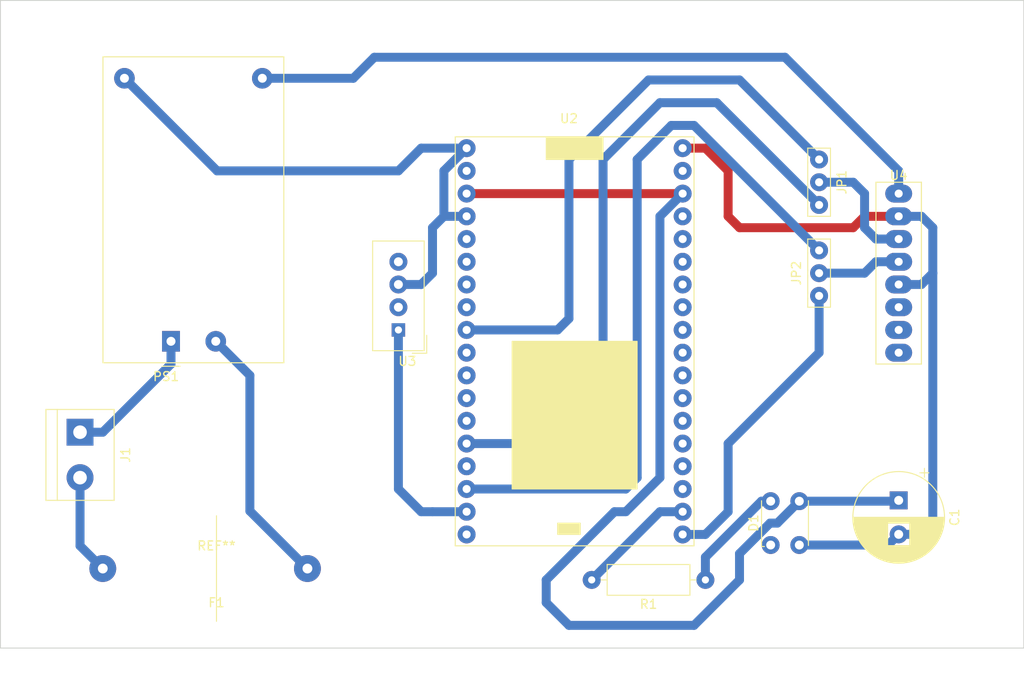
<source format=kicad_pcb>
(kicad_pcb (version 20171130) (host pcbnew "(5.1.6)-1")

  (general
    (thickness 1.6)
    (drawings 4)
    (tracks 100)
    (zones 0)
    (modules 11)
    (nets 47)
  )

  (page A4)
  (layers
    (0 F.Cu signal)
    (31 B.Cu signal)
    (32 B.Adhes user)
    (33 F.Adhes user)
    (34 B.Paste user)
    (35 F.Paste user)
    (36 B.SilkS user)
    (37 F.SilkS user)
    (38 B.Mask user)
    (39 F.Mask user)
    (40 Dwgs.User user)
    (41 Cmts.User user)
    (42 Eco1.User user)
    (43 Eco2.User user)
    (44 Edge.Cuts user)
    (45 Margin user)
    (46 B.CrtYd user)
    (47 F.CrtYd user)
    (48 B.Fab user)
    (49 F.Fab user)
  )

  (setup
    (last_trace_width 1)
    (trace_clearance 0.2)
    (zone_clearance 0.508)
    (zone_45_only no)
    (trace_min 0.2)
    (via_size 0.8)
    (via_drill 0.4)
    (via_min_size 0.4)
    (via_min_drill 0.3)
    (uvia_size 0.3)
    (uvia_drill 0.1)
    (uvias_allowed no)
    (uvia_min_size 0.2)
    (uvia_min_drill 0.1)
    (edge_width 0.05)
    (segment_width 0.2)
    (pcb_text_width 0.3)
    (pcb_text_size 1.5 1.5)
    (mod_edge_width 0.12)
    (mod_text_size 1 1)
    (mod_text_width 0.15)
    (pad_size 1.5 1.5)
    (pad_drill 0.8)
    (pad_to_mask_clearance 0.05)
    (aux_axis_origin 0 0)
    (visible_elements 7FFFFFFF)
    (pcbplotparams
      (layerselection 0x01000_ffffffff)
      (usegerberextensions false)
      (usegerberattributes false)
      (usegerberadvancedattributes true)
      (creategerberjobfile true)
      (excludeedgelayer true)
      (linewidth 0.100000)
      (plotframeref false)
      (viasonmask false)
      (mode 1)
      (useauxorigin false)
      (hpglpennumber 1)
      (hpglpenspeed 20)
      (hpglpendiameter 15.000000)
      (psnegative false)
      (psa4output false)
      (plotreference true)
      (plotvalue true)
      (plotinvisibletext false)
      (padsonsilk false)
      (subtractmaskfromsilk false)
      (outputformat 1)
      (mirror false)
      (drillshape 0)
      (scaleselection 1)
      (outputdirectory "../plaka pcb/"))
  )

  (net 0 "")
  (net 1 "Net-(J1-Pad1)")
  (net 2 "Net-(U2-Pad3)")
  (net 3 "Net-(U2-Pad1)")
  (net 4 "Net-(U2-Pad0)")
  (net 5 "Net-(U2-Pad19)")
  (net 6 "Net-(U2-Pad23)")
  (net 7 "Net-(U2-Pad18)")
  (net 8 "Net-(U2-Pad5)")
  (net 9 "Net-(U2-Pad2)")
  (net 10 "Net-(U2-Pad17)")
  (net 11 "Net-(U2-Pad16)")
  (net 12 "Net-(U2-Pad12)")
  (net 13 "Net-(U2-Pad14)")
  (net 14 "Net-(U2-Pad27)")
  (net 15 "Net-(U2-Pad26)")
  (net 16 "Net-(U2-Pad25)")
  (net 17 "Net-(U2-Pad33)")
  (net 18 "Net-(U2-Pad32)")
  (net 19 "Net-(U2-Pad34)")
  (net 20 "Net-(U2-Pad39)")
  (net 21 "Net-(U2-Pad38)")
  (net 22 "Net-(U2-Pad37)")
  (net 23 "Net-(U4-Pad8)")
  (net 24 "Net-(U4-Pad7)")
  (net 25 "Net-(U4-Pad6)")
  (net 26 "Net-(D1-Pad4)")
  (net 27 "Net-(D1-Pad1)")
  (net 28 "Net-(F1-Pad2)")
  (net 29 "Net-(F1-Pad1)")
  (net 30 "Net-(JP1-Pad1)")
  (net 31 "Net-(JP1-Pad2)")
  (net 32 "Net-(JP1-Pad3)")
  (net 33 "Net-(JP2-Pad3)")
  (net 34 "Net-(JP2-Pad2)")
  (net 35 "Net-(JP2-Pad1)")
  (net 36 "Net-(R1-Pad2)")
  (net 37 "Net-(U2-Pad36)")
  (net 38 "Net-(C1-Pad1)")
  (net 39 "Net-(C1-Pad2)")
  (net 40 "Net-(PS1-Pad3)")
  (net 41 "Net-(PS1-Pad4)")
  (net 42 "Net-(U2-Pad99)")
  (net 43 "Net-(U2-Pad53)")
  (net 44 "Net-(U2-Pad98)")
  (net 45 "Net-(U2-Pad35)")
  (net 46 "Net-(U3-Pad2)")

  (net_class Default "This is the default net class."
    (clearance 0.2)
    (trace_width 1)
    (via_dia 0.8)
    (via_drill 0.4)
    (uvia_dia 0.3)
    (uvia_drill 0.1)
    (add_net "Net-(C1-Pad1)")
    (add_net "Net-(C1-Pad2)")
    (add_net "Net-(D1-Pad1)")
    (add_net "Net-(D1-Pad4)")
    (add_net "Net-(F1-Pad1)")
    (add_net "Net-(F1-Pad2)")
    (add_net "Net-(J1-Pad1)")
    (add_net "Net-(JP1-Pad1)")
    (add_net "Net-(JP1-Pad2)")
    (add_net "Net-(JP1-Pad3)")
    (add_net "Net-(JP2-Pad1)")
    (add_net "Net-(JP2-Pad2)")
    (add_net "Net-(JP2-Pad3)")
    (add_net "Net-(PS1-Pad3)")
    (add_net "Net-(PS1-Pad4)")
    (add_net "Net-(R1-Pad2)")
    (add_net "Net-(U2-Pad0)")
    (add_net "Net-(U2-Pad1)")
    (add_net "Net-(U2-Pad12)")
    (add_net "Net-(U2-Pad14)")
    (add_net "Net-(U2-Pad16)")
    (add_net "Net-(U2-Pad17)")
    (add_net "Net-(U2-Pad18)")
    (add_net "Net-(U2-Pad19)")
    (add_net "Net-(U2-Pad2)")
    (add_net "Net-(U2-Pad23)")
    (add_net "Net-(U2-Pad25)")
    (add_net "Net-(U2-Pad26)")
    (add_net "Net-(U2-Pad27)")
    (add_net "Net-(U2-Pad3)")
    (add_net "Net-(U2-Pad32)")
    (add_net "Net-(U2-Pad33)")
    (add_net "Net-(U2-Pad34)")
    (add_net "Net-(U2-Pad35)")
    (add_net "Net-(U2-Pad36)")
    (add_net "Net-(U2-Pad37)")
    (add_net "Net-(U2-Pad38)")
    (add_net "Net-(U2-Pad39)")
    (add_net "Net-(U2-Pad5)")
    (add_net "Net-(U2-Pad53)")
    (add_net "Net-(U2-Pad98)")
    (add_net "Net-(U2-Pad99)")
    (add_net "Net-(U3-Pad2)")
    (add_net "Net-(U4-Pad6)")
    (add_net "Net-(U4-Pad7)")
    (add_net "Net-(U4-Pad8)")
  )

  (module Sensor:Aosong_DHT11_5.5x12.0_P2.54mm (layer F.Cu) (tedit 603DEB95) (tstamp 603CBFA7)
    (at 149.86 93.98 180)
    (descr "Temperature and humidity module, http://akizukidenshi.com/download/ds/aosong/DHT11.pdf")
    (tags "Temperature and humidity module")
    (path /6034FCFC)
    (fp_text reference U3 (at -1 -3.5) (layer F.SilkS)
      (effects (font (size 1 1) (thickness 0.15)))
    )
    (fp_text value DHT11 (at 0 11.3) (layer F.Fab)
      (effects (font (size 1 1) (thickness 0.15)))
    )
    (fp_line (start -3.16 -2.6) (end -1.55 -2.6) (layer F.SilkS) (width 0.12))
    (fp_line (start -3.16 -2.6) (end -3.16 -0.6) (layer F.SilkS) (width 0.12))
    (fp_line (start -2.75 -1.19) (end -1.75 -2.19) (layer F.Fab) (width 0.1))
    (fp_line (start -3 10.06) (end -3 -2.44) (layer F.CrtYd) (width 0.05))
    (fp_line (start 3 10.06) (end -3 10.06) (layer F.CrtYd) (width 0.05))
    (fp_line (start 3 -2.44) (end 3 10.06) (layer F.CrtYd) (width 0.05))
    (fp_line (start -3 -2.44) (end 3 -2.44) (layer F.CrtYd) (width 0.05))
    (fp_line (start -2.88 9.94) (end -2.88 -2.31) (layer F.SilkS) (width 0.12))
    (fp_line (start 2.88 9.94) (end -2.88 9.94) (layer F.SilkS) (width 0.12))
    (fp_line (start 2.88 -2.32) (end 2.88 9.94) (layer F.SilkS) (width 0.12))
    (fp_line (start -2.87 -2.32) (end 2.87 -2.32) (layer F.SilkS) (width 0.12))
    (fp_line (start -2.75 -1.19) (end -2.75 9.81) (layer F.Fab) (width 0.1))
    (fp_line (start 2.75 9.81) (end -2.75 9.81) (layer F.Fab) (width 0.1))
    (fp_line (start 2.75 -2.19) (end 2.75 9.81) (layer F.Fab) (width 0.1))
    (fp_line (start -1.75 -2.19) (end 2.75 -2.19) (layer F.Fab) (width 0.1))
    (fp_text user %R (at 0 3.81) (layer F.Fab)
      (effects (font (size 1 1) (thickness 0.15)))
    )
    (pad 4 thru_hole oval (at 0 7.62 180) (size 2 2) (drill 1) (layers *.Cu *.Mask))
    (pad 3 thru_hole oval (at 0 5.08 180) (size 2 2) (drill 1) (layers *.Cu *.Mask)
      (net 40 "Net-(PS1-Pad3)"))
    (pad 2 thru_hole oval (at 0 2.54 180) (size 2 2) (drill 1) (layers *.Cu *.Mask)
      (net 46 "Net-(U3-Pad2)"))
    (pad 1 thru_hole rect (at 0 0 180) (size 1.5 1.5) (drill 0.8) (layers *.Cu *.Mask)
      (net 10 "Net-(U2-Pad17)"))
    (model ${KISYS3DMOD}/Sensor.3dshapes/Aosong_DHT11_5.5x12.0_P2.54mm.wrl
      (at (xyz 0 0 0))
      (scale (xyz 1 1 1))
      (rotate (xyz 0 0 0))
    )
  )

  (module RJCMU-811:RJCMU-811 (layer F.Cu) (tedit 6038AABF) (tstamp 603CBFB8)
    (at 200.66 74.93)
    (path /6034B84B)
    (fp_text reference U4 (at 5.08 1.77) (layer F.SilkS)
      (effects (font (size 1 1) (thickness 0.15)))
    )
    (fp_text value RJCMU-811 (at 5.08 0.77) (layer F.Fab)
      (effects (font (size 1 1) (thickness 0.15)))
    )
    (fp_line (start 2.54 2.54) (end 2.54 22.86) (layer F.SilkS) (width 0.12))
    (fp_line (start 7.62 2.54) (end 7.62 22.86) (layer F.SilkS) (width 0.12))
    (fp_line (start 7.62 22.86) (end 2.54 22.86) (layer F.SilkS) (width 0.12))
    (fp_line (start 7.62 2.54) (end 7.62 22.86) (layer F.SilkS) (width 0.12))
    (fp_line (start 2.54 2.54) (end 7.62 2.54) (layer F.SilkS) (width 0.12))
    (pad 1 thru_hole oval (at 5.08 3.81) (size 3 2) (drill 0.9) (layers *.Cu *.Mask)
      (net 41 "Net-(PS1-Pad4)"))
    (pad 2 thru_hole oval (at 5.08 6.35) (size 3 2) (drill 0.9) (layers *.Cu *.Mask)
      (net 39 "Net-(C1-Pad2)"))
    (pad 3 thru_hole oval (at 5.08 8.89) (size 3 2) (drill 0.9) (layers *.Cu *.Mask)
      (net 31 "Net-(JP1-Pad2)"))
    (pad 4 thru_hole oval (at 5.08 11.43) (size 3 2) (drill 0.9) (layers *.Cu *.Mask)
      (net 34 "Net-(JP2-Pad2)"))
    (pad 5 thru_hole oval (at 5.08 13.97) (size 3 2) (drill 0.9) (layers *.Cu *.Mask)
      (net 39 "Net-(C1-Pad2)"))
    (pad 6 thru_hole oval (at 5.08 16.51) (size 3 2) (drill 0.9) (layers *.Cu *.Mask)
      (net 25 "Net-(U4-Pad6)"))
    (pad 7 thru_hole oval (at 5.08 19.05) (size 3 2) (drill 0.9) (layers *.Cu *.Mask)
      (net 24 "Net-(U4-Pad7)"))
    (pad 8 thru_hole oval (at 5.08 21.59) (size 3 2) (drill 0.9) (layers *.Cu *.Mask)
      (net 23 "Net-(U4-Pad8)"))
  )

  (module LED_SMD:LED_Inolux_IN-PI554FCH_PLCC4_5.0x5.0mm_P3.2mm (layer F.Cu) (tedit 603CB354) (tstamp 603CBEFE)
    (at 193.04 115.57 90)
    (descr http://www.inolux-corp.com/datasheet/SMDLED/Addressable%20LED/IN-PI554FCH.pdf)
    (tags "RGB LED NeoPixel addressable")
    (path /603DC863)
    (attr smd)
    (fp_text reference D1 (at 0 -3.5 90) (layer F.SilkS)
      (effects (font (size 1 1) (thickness 0.15)))
    )
    (fp_text value NeoPixel_THT (at 0 4 90) (layer F.Fab)
      (effects (font (size 1 1) (thickness 0.15)))
    )
    (fp_circle (center 0 0) (end 0 -2) (layer F.Fab) (width 0.1))
    (fp_line (start -2.62 -2.3) (end -2.62 -2.62) (layer F.SilkS) (width 0.12))
    (fp_line (start -2.5 2.62) (end 2.5 2.62) (layer F.SilkS) (width 0.12))
    (fp_line (start -2.62 -2.62) (end 2.5 -2.62) (layer F.SilkS) (width 0.12))
    (fp_line (start 2.5 -2.5) (end -1.5 -2.5) (layer F.Fab) (width 0.1))
    (fp_line (start 2.5 2.5) (end 2.5 -2.5) (layer F.Fab) (width 0.1))
    (fp_line (start -2.5 2.5) (end 2.5 2.5) (layer F.Fab) (width 0.1))
    (fp_line (start -2.5 -1.5) (end -2.5 2.5) (layer F.Fab) (width 0.1))
    (fp_line (start -1.5 -2.5) (end -2.5 -1.5) (layer F.Fab) (width 0.1))
    (fp_line (start -3.45 -2.75) (end -3.45 2.75) (layer F.CrtYd) (width 0.05))
    (fp_line (start -3.45 2.75) (end 3.45 2.75) (layer F.CrtYd) (width 0.05))
    (fp_line (start 3.45 2.75) (end 3.45 -2.75) (layer F.CrtYd) (width 0.05))
    (fp_line (start 3.45 -2.75) (end -3.45 -2.75) (layer F.CrtYd) (width 0.05))
    (fp_text user %R (at 0 0 270) (layer F.Fab)
      (effects (font (size 0.8 0.8) (thickness 0.15)))
    )
    (pad 1 thru_hole oval (at -2.45 -1.6 90) (size 2 2) (drill 1) (layers *.Cu *.Mask)
      (net 27 "Net-(D1-Pad1)"))
    (pad 2 thru_hole oval (at -2.45 1.6 90) (size 2 2) (drill 1) (layers *.Cu *.Mask)
      (net 39 "Net-(C1-Pad2)"))
    (pad 4 thru_hole oval (at 2.45 -1.6 90) (size 2 2) (drill 1) (layers *.Cu *.Mask)
      (net 26 "Net-(D1-Pad4)"))
    (pad 3 thru_hole oval (at 2.45 1.6 90) (size 2 2) (drill 1) (layers *.Cu *.Mask)
      (net 38 "Net-(C1-Pad1)"))
    (model ${KISYS3DMOD}/LED_SMD.3dshapes/LED_Inolux_IN-PI554FCH_PLCC4_5.0x5.0mm_P3.2mm.wrl
      (at (xyz 0 0 0))
      (scale (xyz 1 1 1))
      (rotate (xyz 0 0 0))
    )
  )

  (module jumperona:jumperxabi (layer F.Cu) (tedit 603CB323) (tstamp 603CBF32)
    (at 200.66 77.47 270)
    (path /603F48E1)
    (fp_text reference JP1 (at 0 1.27 90) (layer F.SilkS)
      (effects (font (size 1 1) (thickness 0.15)))
    )
    (fp_text value Jumper_NC_Dual (at 0 -0.5 90) (layer F.Fab)
      (effects (font (size 1 1) (thickness 0.15)))
    )
    (fp_line (start -3.81 5.08) (end -3.81 2.54) (layer F.SilkS) (width 0.12))
    (fp_line (start 3.81 5.08) (end -3.81 5.08) (layer F.SilkS) (width 0.12))
    (fp_line (start 3.81 2.54) (end 3.81 5.08) (layer F.SilkS) (width 0.12))
    (fp_line (start -3.81 2.54) (end 3.81 2.54) (layer F.SilkS) (width 0.12))
    (pad 3 thru_hole oval (at 2.54 3.81 270) (size 2 2) (drill 0.9) (layers *.Cu *.Mask)
      (net 32 "Net-(JP1-Pad3)"))
    (pad 2 thru_hole oval (at 0 3.81 270) (size 2 2) (drill 0.9) (layers *.Cu *.Mask)
      (net 31 "Net-(JP1-Pad2)"))
    (pad 1 thru_hole oval (at -2.54 3.81 270) (size 2 2) (drill 0.9) (layers *.Cu *.Mask)
      (net 30 "Net-(JP1-Pad1)"))
  )

  (module jumperona:jumperxabi (layer F.Cu) (tedit 603CAD4D) (tstamp 603CBF3D)
    (at 193.04 87.63 90)
    (path /60401E41)
    (fp_text reference JP2 (at 0 1.27 90) (layer F.SilkS)
      (effects (font (size 1 1) (thickness 0.15)))
    )
    (fp_text value Jumper_NC_Dual (at 0 -0.5 90) (layer F.Fab)
      (effects (font (size 1 1) (thickness 0.15)))
    )
    (fp_line (start -3.81 2.54) (end 3.81 2.54) (layer F.SilkS) (width 0.12))
    (fp_line (start 3.81 2.54) (end 3.81 5.08) (layer F.SilkS) (width 0.12))
    (fp_line (start 3.81 5.08) (end -3.81 5.08) (layer F.SilkS) (width 0.12))
    (fp_line (start -3.81 5.08) (end -3.81 2.54) (layer F.SilkS) (width 0.12))
    (pad 1 thru_hole oval (at -2.54 3.81 90) (size 2 2) (drill 0.9) (layers *.Cu *.Mask)
      (net 35 "Net-(JP2-Pad1)"))
    (pad 2 thru_hole oval (at 0 3.81 90) (size 2 2) (drill 0.9) (layers *.Cu *.Mask)
      (net 34 "Net-(JP2-Pad2)"))
    (pad 3 thru_hole oval (at 2.54 3.81 90) (size 2 2) (drill 0.9) (layers *.Cu *.Mask)
      (net 33 "Net-(JP2-Pad3)"))
  )

  (module Resistor_THT:R_Axial_DIN0309_L9.0mm_D3.2mm_P12.70mm_Horizontal (layer F.Cu) (tedit 603CBC77) (tstamp 603CD891)
    (at 184.15 121.92 180)
    (descr "Resistor, Axial_DIN0309 series, Axial, Horizontal, pin pitch=12.7mm, 0.5W = 1/2W, length*diameter=9*3.2mm^2, http://cdn-reichelt.de/documents/datenblatt/B400/1_4W%23YAG.pdf")
    (tags "Resistor Axial_DIN0309 series Axial Horizontal pin pitch 12.7mm 0.5W = 1/2W length 9mm diameter 3.2mm")
    (path /603D10C7)
    (fp_text reference R1 (at 6.35 -2.72) (layer F.SilkS)
      (effects (font (size 1 1) (thickness 0.15)))
    )
    (fp_text value 470 (at 6.35 2.72) (layer F.Fab)
      (effects (font (size 1 1) (thickness 0.15)))
    )
    (fp_line (start 13.75 -1.85) (end -1.05 -1.85) (layer F.CrtYd) (width 0.05))
    (fp_line (start 13.75 1.85) (end 13.75 -1.85) (layer F.CrtYd) (width 0.05))
    (fp_line (start -1.05 1.85) (end 13.75 1.85) (layer F.CrtYd) (width 0.05))
    (fp_line (start -1.05 -1.85) (end -1.05 1.85) (layer F.CrtYd) (width 0.05))
    (fp_line (start 11.66 0) (end 10.97 0) (layer F.SilkS) (width 0.12))
    (fp_line (start 1.04 0) (end 1.73 0) (layer F.SilkS) (width 0.12))
    (fp_line (start 10.97 -1.72) (end 1.73 -1.72) (layer F.SilkS) (width 0.12))
    (fp_line (start 10.97 1.72) (end 10.97 -1.72) (layer F.SilkS) (width 0.12))
    (fp_line (start 1.73 1.72) (end 10.97 1.72) (layer F.SilkS) (width 0.12))
    (fp_line (start 1.73 -1.72) (end 1.73 1.72) (layer F.SilkS) (width 0.12))
    (fp_line (start 12.7 0) (end 10.85 0) (layer F.Fab) (width 0.1))
    (fp_line (start 0 0) (end 1.85 0) (layer F.Fab) (width 0.1))
    (fp_line (start 10.85 -1.6) (end 1.85 -1.6) (layer F.Fab) (width 0.1))
    (fp_line (start 10.85 1.6) (end 10.85 -1.6) (layer F.Fab) (width 0.1))
    (fp_line (start 1.85 1.6) (end 10.85 1.6) (layer F.Fab) (width 0.1))
    (fp_line (start 1.85 -1.6) (end 1.85 1.6) (layer F.Fab) (width 0.1))
    (fp_text user %R (at 6.35 0) (layer F.Fab)
      (effects (font (size 1 1) (thickness 0.15)))
    )
    (pad 2 thru_hole oval (at 12.7 0 180) (size 2 2) (drill 0.8) (layers *.Cu *.Mask)
      (net 36 "Net-(R1-Pad2)"))
    (pad 1 thru_hole oval (at 0 0 180) (size 2 2) (drill 0.8) (layers *.Cu *.Mask)
      (net 26 "Net-(D1-Pad4)"))
    (model ${KISYS3DMOD}/Resistor_THT.3dshapes/R_Axial_DIN0309_L9.0mm_D3.2mm_P12.70mm_Horizontal.wrl
      (at (xyz 0 0 0))
      (scale (xyz 1 1 1))
      (rotate (xyz 0 0 0))
    )
  )

  (module Capacitor_THT:CP_Radial_D10.0mm_P3.80mm (layer F.Cu) (tedit 603CC7E9) (tstamp 603CF544)
    (at 205.74 113.03 270)
    (descr "CP, Radial series, Radial, pin pitch=3.80mm, , diameter=10mm, Electrolytic Capacitor")
    (tags "CP Radial series Radial pin pitch 3.80mm  diameter 10mm Electrolytic Capacitor")
    (path /6042652B)
    (fp_text reference C1 (at 1.9 -6.25 90) (layer F.SilkS)
      (effects (font (size 1 1) (thickness 0.15)))
    )
    (fp_text value CP (at 1.9 6.25 90) (layer F.Fab)
      (effects (font (size 1 1) (thickness 0.15)))
    )
    (fp_circle (center 1.9 0) (end 6.9 0) (layer F.Fab) (width 0.1))
    (fp_circle (center 1.9 0) (end 7.02 0) (layer F.SilkS) (width 0.12))
    (fp_circle (center 1.9 0) (end 7.15 0) (layer F.CrtYd) (width 0.05))
    (fp_line (start -2.388861 -2.1875) (end -1.388861 -2.1875) (layer F.Fab) (width 0.1))
    (fp_line (start -1.888861 -2.6875) (end -1.888861 -1.6875) (layer F.Fab) (width 0.1))
    (fp_line (start 1.9 -5.08) (end 1.9 5.08) (layer F.SilkS) (width 0.12))
    (fp_line (start 1.94 -5.08) (end 1.94 5.08) (layer F.SilkS) (width 0.12))
    (fp_line (start 1.98 -5.08) (end 1.98 5.08) (layer F.SilkS) (width 0.12))
    (fp_line (start 2.02 -5.079) (end 2.02 5.079) (layer F.SilkS) (width 0.12))
    (fp_line (start 2.06 -5.078) (end 2.06 5.078) (layer F.SilkS) (width 0.12))
    (fp_line (start 2.1 -5.077) (end 2.1 5.077) (layer F.SilkS) (width 0.12))
    (fp_line (start 2.14 -5.075) (end 2.14 5.075) (layer F.SilkS) (width 0.12))
    (fp_line (start 2.18 -5.073) (end 2.18 5.073) (layer F.SilkS) (width 0.12))
    (fp_line (start 2.22 -5.07) (end 2.22 5.07) (layer F.SilkS) (width 0.12))
    (fp_line (start 2.26 -5.068) (end 2.26 5.068) (layer F.SilkS) (width 0.12))
    (fp_line (start 2.3 -5.065) (end 2.3 5.065) (layer F.SilkS) (width 0.12))
    (fp_line (start 2.34 -5.062) (end 2.34 5.062) (layer F.SilkS) (width 0.12))
    (fp_line (start 2.38 -5.058) (end 2.38 5.058) (layer F.SilkS) (width 0.12))
    (fp_line (start 2.42 -5.054) (end 2.42 5.054) (layer F.SilkS) (width 0.12))
    (fp_line (start 2.46 -5.05) (end 2.46 5.05) (layer F.SilkS) (width 0.12))
    (fp_line (start 2.5 -5.045) (end 2.5 5.045) (layer F.SilkS) (width 0.12))
    (fp_line (start 2.54 -5.04) (end 2.54 5.04) (layer F.SilkS) (width 0.12))
    (fp_line (start 2.58 -5.035) (end 2.58 -1.241) (layer F.SilkS) (width 0.12))
    (fp_line (start 2.58 1.241) (end 2.58 5.035) (layer F.SilkS) (width 0.12))
    (fp_line (start 2.621 -5.03) (end 2.621 -1.241) (layer F.SilkS) (width 0.12))
    (fp_line (start 2.621 1.241) (end 2.621 5.03) (layer F.SilkS) (width 0.12))
    (fp_line (start 2.661 -5.024) (end 2.661 -1.241) (layer F.SilkS) (width 0.12))
    (fp_line (start 2.661 1.241) (end 2.661 5.024) (layer F.SilkS) (width 0.12))
    (fp_line (start 2.701 -5.018) (end 2.701 -1.241) (layer F.SilkS) (width 0.12))
    (fp_line (start 2.701 1.241) (end 2.701 5.018) (layer F.SilkS) (width 0.12))
    (fp_line (start 2.741 -5.011) (end 2.741 -1.241) (layer F.SilkS) (width 0.12))
    (fp_line (start 2.741 1.241) (end 2.741 5.011) (layer F.SilkS) (width 0.12))
    (fp_line (start 2.781 -5.004) (end 2.781 -1.241) (layer F.SilkS) (width 0.12))
    (fp_line (start 2.781 1.241) (end 2.781 5.004) (layer F.SilkS) (width 0.12))
    (fp_line (start 2.821 -4.997) (end 2.821 -1.241) (layer F.SilkS) (width 0.12))
    (fp_line (start 2.821 1.241) (end 2.821 4.997) (layer F.SilkS) (width 0.12))
    (fp_line (start 2.861 -4.99) (end 2.861 -1.241) (layer F.SilkS) (width 0.12))
    (fp_line (start 2.861 1.241) (end 2.861 4.99) (layer F.SilkS) (width 0.12))
    (fp_line (start 2.901 -4.982) (end 2.901 -1.241) (layer F.SilkS) (width 0.12))
    (fp_line (start 2.901 1.241) (end 2.901 4.982) (layer F.SilkS) (width 0.12))
    (fp_line (start 2.941 -4.974) (end 2.941 -1.241) (layer F.SilkS) (width 0.12))
    (fp_line (start 2.941 1.241) (end 2.941 4.974) (layer F.SilkS) (width 0.12))
    (fp_line (start 2.981 -4.965) (end 2.981 -1.241) (layer F.SilkS) (width 0.12))
    (fp_line (start 2.981 1.241) (end 2.981 4.965) (layer F.SilkS) (width 0.12))
    (fp_line (start 3.021 -4.956) (end 3.021 -1.241) (layer F.SilkS) (width 0.12))
    (fp_line (start 3.021 1.241) (end 3.021 4.956) (layer F.SilkS) (width 0.12))
    (fp_line (start 3.061 -4.947) (end 3.061 -1.241) (layer F.SilkS) (width 0.12))
    (fp_line (start 3.061 1.241) (end 3.061 4.947) (layer F.SilkS) (width 0.12))
    (fp_line (start 3.101 -4.938) (end 3.101 -1.241) (layer F.SilkS) (width 0.12))
    (fp_line (start 3.101 1.241) (end 3.101 4.938) (layer F.SilkS) (width 0.12))
    (fp_line (start 3.141 -4.928) (end 3.141 -1.241) (layer F.SilkS) (width 0.12))
    (fp_line (start 3.141 1.241) (end 3.141 4.928) (layer F.SilkS) (width 0.12))
    (fp_line (start 3.181 -4.918) (end 3.181 -1.241) (layer F.SilkS) (width 0.12))
    (fp_line (start 3.181 1.241) (end 3.181 4.918) (layer F.SilkS) (width 0.12))
    (fp_line (start 3.221 -4.907) (end 3.221 -1.241) (layer F.SilkS) (width 0.12))
    (fp_line (start 3.221 1.241) (end 3.221 4.907) (layer F.SilkS) (width 0.12))
    (fp_line (start 3.261 -4.897) (end 3.261 -1.241) (layer F.SilkS) (width 0.12))
    (fp_line (start 3.261 1.241) (end 3.261 4.897) (layer F.SilkS) (width 0.12))
    (fp_line (start 3.301 -4.885) (end 3.301 -1.241) (layer F.SilkS) (width 0.12))
    (fp_line (start 3.301 1.241) (end 3.301 4.885) (layer F.SilkS) (width 0.12))
    (fp_line (start 3.341 -4.874) (end 3.341 -1.241) (layer F.SilkS) (width 0.12))
    (fp_line (start 3.341 1.241) (end 3.341 4.874) (layer F.SilkS) (width 0.12))
    (fp_line (start 3.381 -4.862) (end 3.381 -1.241) (layer F.SilkS) (width 0.12))
    (fp_line (start 3.381 1.241) (end 3.381 4.862) (layer F.SilkS) (width 0.12))
    (fp_line (start 3.421 -4.85) (end 3.421 -1.241) (layer F.SilkS) (width 0.12))
    (fp_line (start 3.421 1.241) (end 3.421 4.85) (layer F.SilkS) (width 0.12))
    (fp_line (start 3.461 -4.837) (end 3.461 -1.241) (layer F.SilkS) (width 0.12))
    (fp_line (start 3.461 1.241) (end 3.461 4.837) (layer F.SilkS) (width 0.12))
    (fp_line (start 3.501 -4.824) (end 3.501 -1.241) (layer F.SilkS) (width 0.12))
    (fp_line (start 3.501 1.241) (end 3.501 4.824) (layer F.SilkS) (width 0.12))
    (fp_line (start 3.541 -4.811) (end 3.541 -1.241) (layer F.SilkS) (width 0.12))
    (fp_line (start 3.541 1.241) (end 3.541 4.811) (layer F.SilkS) (width 0.12))
    (fp_line (start 3.581 -4.797) (end 3.581 -1.241) (layer F.SilkS) (width 0.12))
    (fp_line (start 3.581 1.241) (end 3.581 4.797) (layer F.SilkS) (width 0.12))
    (fp_line (start 3.621 -4.783) (end 3.621 -1.241) (layer F.SilkS) (width 0.12))
    (fp_line (start 3.621 1.241) (end 3.621 4.783) (layer F.SilkS) (width 0.12))
    (fp_line (start 3.661 -4.768) (end 3.661 -1.241) (layer F.SilkS) (width 0.12))
    (fp_line (start 3.661 1.241) (end 3.661 4.768) (layer F.SilkS) (width 0.12))
    (fp_line (start 3.701 -4.754) (end 3.701 -1.241) (layer F.SilkS) (width 0.12))
    (fp_line (start 3.701 1.241) (end 3.701 4.754) (layer F.SilkS) (width 0.12))
    (fp_line (start 3.741 -4.738) (end 3.741 -1.241) (layer F.SilkS) (width 0.12))
    (fp_line (start 3.741 1.241) (end 3.741 4.738) (layer F.SilkS) (width 0.12))
    (fp_line (start 3.781 -4.723) (end 3.781 -1.241) (layer F.SilkS) (width 0.12))
    (fp_line (start 3.781 1.241) (end 3.781 4.723) (layer F.SilkS) (width 0.12))
    (fp_line (start 3.821 -4.707) (end 3.821 -1.241) (layer F.SilkS) (width 0.12))
    (fp_line (start 3.821 1.241) (end 3.821 4.707) (layer F.SilkS) (width 0.12))
    (fp_line (start 3.861 -4.69) (end 3.861 -1.241) (layer F.SilkS) (width 0.12))
    (fp_line (start 3.861 1.241) (end 3.861 4.69) (layer F.SilkS) (width 0.12))
    (fp_line (start 3.901 -4.674) (end 3.901 -1.241) (layer F.SilkS) (width 0.12))
    (fp_line (start 3.901 1.241) (end 3.901 4.674) (layer F.SilkS) (width 0.12))
    (fp_line (start 3.941 -4.657) (end 3.941 -1.241) (layer F.SilkS) (width 0.12))
    (fp_line (start 3.941 1.241) (end 3.941 4.657) (layer F.SilkS) (width 0.12))
    (fp_line (start 3.981 -4.639) (end 3.981 -1.241) (layer F.SilkS) (width 0.12))
    (fp_line (start 3.981 1.241) (end 3.981 4.639) (layer F.SilkS) (width 0.12))
    (fp_line (start 4.021 -4.621) (end 4.021 -1.241) (layer F.SilkS) (width 0.12))
    (fp_line (start 4.021 1.241) (end 4.021 4.621) (layer F.SilkS) (width 0.12))
    (fp_line (start 4.061 -4.603) (end 4.061 -1.241) (layer F.SilkS) (width 0.12))
    (fp_line (start 4.061 1.241) (end 4.061 4.603) (layer F.SilkS) (width 0.12))
    (fp_line (start 4.101 -4.584) (end 4.101 -1.241) (layer F.SilkS) (width 0.12))
    (fp_line (start 4.101 1.241) (end 4.101 4.584) (layer F.SilkS) (width 0.12))
    (fp_line (start 4.141 -4.564) (end 4.141 -1.241) (layer F.SilkS) (width 0.12))
    (fp_line (start 4.141 1.241) (end 4.141 4.564) (layer F.SilkS) (width 0.12))
    (fp_line (start 4.181 -4.545) (end 4.181 -1.241) (layer F.SilkS) (width 0.12))
    (fp_line (start 4.181 1.241) (end 4.181 4.545) (layer F.SilkS) (width 0.12))
    (fp_line (start 4.221 -4.525) (end 4.221 -1.241) (layer F.SilkS) (width 0.12))
    (fp_line (start 4.221 1.241) (end 4.221 4.525) (layer F.SilkS) (width 0.12))
    (fp_line (start 4.261 -4.504) (end 4.261 -1.241) (layer F.SilkS) (width 0.12))
    (fp_line (start 4.261 1.241) (end 4.261 4.504) (layer F.SilkS) (width 0.12))
    (fp_line (start 4.301 -4.483) (end 4.301 -1.241) (layer F.SilkS) (width 0.12))
    (fp_line (start 4.301 1.241) (end 4.301 4.483) (layer F.SilkS) (width 0.12))
    (fp_line (start 4.341 -4.462) (end 4.341 -1.241) (layer F.SilkS) (width 0.12))
    (fp_line (start 4.341 1.241) (end 4.341 4.462) (layer F.SilkS) (width 0.12))
    (fp_line (start 4.381 -4.44) (end 4.381 -1.241) (layer F.SilkS) (width 0.12))
    (fp_line (start 4.381 1.241) (end 4.381 4.44) (layer F.SilkS) (width 0.12))
    (fp_line (start 4.421 -4.417) (end 4.421 -1.241) (layer F.SilkS) (width 0.12))
    (fp_line (start 4.421 1.241) (end 4.421 4.417) (layer F.SilkS) (width 0.12))
    (fp_line (start 4.461 -4.395) (end 4.461 -1.241) (layer F.SilkS) (width 0.12))
    (fp_line (start 4.461 1.241) (end 4.461 4.395) (layer F.SilkS) (width 0.12))
    (fp_line (start 4.501 -4.371) (end 4.501 -1.241) (layer F.SilkS) (width 0.12))
    (fp_line (start 4.501 1.241) (end 4.501 4.371) (layer F.SilkS) (width 0.12))
    (fp_line (start 4.541 -4.347) (end 4.541 -1.241) (layer F.SilkS) (width 0.12))
    (fp_line (start 4.541 1.241) (end 4.541 4.347) (layer F.SilkS) (width 0.12))
    (fp_line (start 4.581 -4.323) (end 4.581 -1.241) (layer F.SilkS) (width 0.12))
    (fp_line (start 4.581 1.241) (end 4.581 4.323) (layer F.SilkS) (width 0.12))
    (fp_line (start 4.621 -4.298) (end 4.621 -1.241) (layer F.SilkS) (width 0.12))
    (fp_line (start 4.621 1.241) (end 4.621 4.298) (layer F.SilkS) (width 0.12))
    (fp_line (start 4.661 -4.273) (end 4.661 -1.241) (layer F.SilkS) (width 0.12))
    (fp_line (start 4.661 1.241) (end 4.661 4.273) (layer F.SilkS) (width 0.12))
    (fp_line (start 4.701 -4.247) (end 4.701 -1.241) (layer F.SilkS) (width 0.12))
    (fp_line (start 4.701 1.241) (end 4.701 4.247) (layer F.SilkS) (width 0.12))
    (fp_line (start 4.741 -4.221) (end 4.741 -1.241) (layer F.SilkS) (width 0.12))
    (fp_line (start 4.741 1.241) (end 4.741 4.221) (layer F.SilkS) (width 0.12))
    (fp_line (start 4.781 -4.194) (end 4.781 -1.241) (layer F.SilkS) (width 0.12))
    (fp_line (start 4.781 1.241) (end 4.781 4.194) (layer F.SilkS) (width 0.12))
    (fp_line (start 4.821 -4.166) (end 4.821 -1.241) (layer F.SilkS) (width 0.12))
    (fp_line (start 4.821 1.241) (end 4.821 4.166) (layer F.SilkS) (width 0.12))
    (fp_line (start 4.861 -4.138) (end 4.861 -1.241) (layer F.SilkS) (width 0.12))
    (fp_line (start 4.861 1.241) (end 4.861 4.138) (layer F.SilkS) (width 0.12))
    (fp_line (start 4.901 -4.11) (end 4.901 -1.241) (layer F.SilkS) (width 0.12))
    (fp_line (start 4.901 1.241) (end 4.901 4.11) (layer F.SilkS) (width 0.12))
    (fp_line (start 4.941 -4.08) (end 4.941 -1.241) (layer F.SilkS) (width 0.12))
    (fp_line (start 4.941 1.241) (end 4.941 4.08) (layer F.SilkS) (width 0.12))
    (fp_line (start 4.981 -4.05) (end 4.981 -1.241) (layer F.SilkS) (width 0.12))
    (fp_line (start 4.981 1.241) (end 4.981 4.05) (layer F.SilkS) (width 0.12))
    (fp_line (start 5.021 -4.02) (end 5.021 -1.241) (layer F.SilkS) (width 0.12))
    (fp_line (start 5.021 1.241) (end 5.021 4.02) (layer F.SilkS) (width 0.12))
    (fp_line (start 5.061 -3.989) (end 5.061 3.989) (layer F.SilkS) (width 0.12))
    (fp_line (start 5.101 -3.957) (end 5.101 3.957) (layer F.SilkS) (width 0.12))
    (fp_line (start 5.141 -3.925) (end 5.141 3.925) (layer F.SilkS) (width 0.12))
    (fp_line (start 5.181 -3.892) (end 5.181 3.892) (layer F.SilkS) (width 0.12))
    (fp_line (start 5.221 -3.858) (end 5.221 3.858) (layer F.SilkS) (width 0.12))
    (fp_line (start 5.261 -3.824) (end 5.261 3.824) (layer F.SilkS) (width 0.12))
    (fp_line (start 5.301 -3.789) (end 5.301 3.789) (layer F.SilkS) (width 0.12))
    (fp_line (start 5.341 -3.753) (end 5.341 3.753) (layer F.SilkS) (width 0.12))
    (fp_line (start 5.381 -3.716) (end 5.381 3.716) (layer F.SilkS) (width 0.12))
    (fp_line (start 5.421 -3.679) (end 5.421 3.679) (layer F.SilkS) (width 0.12))
    (fp_line (start 5.461 -3.64) (end 5.461 3.64) (layer F.SilkS) (width 0.12))
    (fp_line (start 5.501 -3.601) (end 5.501 3.601) (layer F.SilkS) (width 0.12))
    (fp_line (start 5.541 -3.561) (end 5.541 3.561) (layer F.SilkS) (width 0.12))
    (fp_line (start 5.581 -3.52) (end 5.581 3.52) (layer F.SilkS) (width 0.12))
    (fp_line (start 5.621 -3.478) (end 5.621 3.478) (layer F.SilkS) (width 0.12))
    (fp_line (start 5.661 -3.436) (end 5.661 3.436) (layer F.SilkS) (width 0.12))
    (fp_line (start 5.701 -3.392) (end 5.701 3.392) (layer F.SilkS) (width 0.12))
    (fp_line (start 5.741 -3.347) (end 5.741 3.347) (layer F.SilkS) (width 0.12))
    (fp_line (start 5.781 -3.301) (end 5.781 3.301) (layer F.SilkS) (width 0.12))
    (fp_line (start 5.821 -3.254) (end 5.821 3.254) (layer F.SilkS) (width 0.12))
    (fp_line (start 5.861 -3.206) (end 5.861 3.206) (layer F.SilkS) (width 0.12))
    (fp_line (start 5.901 -3.156) (end 5.901 3.156) (layer F.SilkS) (width 0.12))
    (fp_line (start 5.941 -3.106) (end 5.941 3.106) (layer F.SilkS) (width 0.12))
    (fp_line (start 5.981 -3.054) (end 5.981 3.054) (layer F.SilkS) (width 0.12))
    (fp_line (start 6.021 -3) (end 6.021 3) (layer F.SilkS) (width 0.12))
    (fp_line (start 6.061 -2.945) (end 6.061 2.945) (layer F.SilkS) (width 0.12))
    (fp_line (start 6.101 -2.889) (end 6.101 2.889) (layer F.SilkS) (width 0.12))
    (fp_line (start 6.141 -2.83) (end 6.141 2.83) (layer F.SilkS) (width 0.12))
    (fp_line (start 6.181 -2.77) (end 6.181 2.77) (layer F.SilkS) (width 0.12))
    (fp_line (start 6.221 -2.709) (end 6.221 2.709) (layer F.SilkS) (width 0.12))
    (fp_line (start 6.261 -2.645) (end 6.261 2.645) (layer F.SilkS) (width 0.12))
    (fp_line (start 6.301 -2.579) (end 6.301 2.579) (layer F.SilkS) (width 0.12))
    (fp_line (start 6.341 -2.51) (end 6.341 2.51) (layer F.SilkS) (width 0.12))
    (fp_line (start 6.381 -2.439) (end 6.381 2.439) (layer F.SilkS) (width 0.12))
    (fp_line (start 6.421 -2.365) (end 6.421 2.365) (layer F.SilkS) (width 0.12))
    (fp_line (start 6.461 -2.289) (end 6.461 2.289) (layer F.SilkS) (width 0.12))
    (fp_line (start 6.501 -2.209) (end 6.501 2.209) (layer F.SilkS) (width 0.12))
    (fp_line (start 6.541 -2.125) (end 6.541 2.125) (layer F.SilkS) (width 0.12))
    (fp_line (start 6.581 -2.037) (end 6.581 2.037) (layer F.SilkS) (width 0.12))
    (fp_line (start 6.621 -1.944) (end 6.621 1.944) (layer F.SilkS) (width 0.12))
    (fp_line (start 6.661 -1.846) (end 6.661 1.846) (layer F.SilkS) (width 0.12))
    (fp_line (start 6.701 -1.742) (end 6.701 1.742) (layer F.SilkS) (width 0.12))
    (fp_line (start 6.741 -1.63) (end 6.741 1.63) (layer F.SilkS) (width 0.12))
    (fp_line (start 6.781 -1.51) (end 6.781 1.51) (layer F.SilkS) (width 0.12))
    (fp_line (start 6.821 -1.378) (end 6.821 1.378) (layer F.SilkS) (width 0.12))
    (fp_line (start 6.861 -1.23) (end 6.861 1.23) (layer F.SilkS) (width 0.12))
    (fp_line (start 6.901 -1.062) (end 6.901 1.062) (layer F.SilkS) (width 0.12))
    (fp_line (start 6.941 -0.862) (end 6.941 0.862) (layer F.SilkS) (width 0.12))
    (fp_line (start 6.981 -0.599) (end 6.981 0.599) (layer F.SilkS) (width 0.12))
    (fp_line (start -3.579646 -2.875) (end -2.579646 -2.875) (layer F.SilkS) (width 0.12))
    (fp_line (start -3.079646 -3.375) (end -3.079646 -2.375) (layer F.SilkS) (width 0.12))
    (fp_text user %R (at 1.9 0 90) (layer F.Fab)
      (effects (font (size 1 1) (thickness 0.15)))
    )
    (pad 1 thru_hole rect (at 0 0 270) (size 2 2) (drill 1) (layers *.Cu *.Mask)
      (net 38 "Net-(C1-Pad1)"))
    (pad 2 thru_hole oval (at 3.8 0 270) (size 2 2) (drill 1) (layers *.Cu *.Mask)
      (net 39 "Net-(C1-Pad2)"))
    (model ${KISYS3DMOD}/Capacitor_THT.3dshapes/CP_Radial_D10.0mm_P3.80mm.wrl
      (at (xyz 0 0 0))
      (scale (xyz 1 1 1))
      (rotate (xyz 0 0 0))
    )
  )

  (module fusiblekutxa:fusiblea (layer F.Cu) (tedit 603CD64B) (tstamp 603D4378)
    (at 129.54 133.35 180)
    (path /603CCBAC)
    (fp_text reference F1 (at 0 8.89) (layer F.SilkS)
      (effects (font (size 1 1) (thickness 0.15)))
    )
    (fp_text value Fuse (at 0 10.16) (layer F.Fab)
      (effects (font (size 1 1) (thickness 0.15)))
    )
    (fp_line (start -14.45 10.95) (end 14.45 10.95) (layer F.CrtYd) (width 0.05))
    (fp_line (start 14.45 14.45) (end -14.45 14.45) (layer F.CrtYd) (width 0.05))
    (fp_line (start 14.45 10.95) (end 14.45 14.45) (layer F.CrtYd) (width 0.05))
    (fp_line (start 0 6.8) (end 0 18.6) (layer F.SilkS) (width 0.12))
    (fp_line (start -14.45 14.45) (end -14.45 10.95) (layer F.CrtYd) (width 0.05))
    (fp_text user REF** (at 0 15.24) (layer F.SilkS)
      (effects (font (size 1 1) (thickness 0.15)))
    )
    (fp_text user FusibleKutxa (at 1.27 16.51) (layer F.Fab)
      (effects (font (size 1 1) (thickness 0.15)))
    )
    (pad 2 thru_hole circle (at 12.7 12.7 180) (size 3 3) (drill 1.1) (layers *.Cu *.Mask)
      (net 28 "Net-(F1-Pad2)"))
    (pad 1 thru_hole circle (at -10.16 12.7 180) (size 3 3) (drill 1.1) (layers *.Cu *.Mask)
      (net 29 "Net-(F1-Pad1)"))
  )

  (module Converter_ACDC:Converter_ACDC_HiLink_HLK-PMxx (layer F.Cu) (tedit 603CDA43) (tstamp 603D4583)
    (at 124.46 95.25 90)
    (descr "ACDC-Converter, 3W, HiLink, HLK-PMxx, THT, http://www.hlktech.net/product_detail.php?ProId=54")
    (tags "ACDC-Converter 3W THT HiLink board mount module")
    (path /604AE66B)
    (fp_text reference PS1 (at -3.94 -0.55) (layer F.SilkS)
      (effects (font (size 1 1) (thickness 0.15)))
    )
    (fp_text value HLK-PM03 (at 15.79 13.85 90) (layer F.Fab)
      (effects (font (size 1 1) (thickness 0.15)))
    )
    (fp_line (start -2.3 12.5) (end 31.7 12.5) (layer F.Fab) (width 0.1))
    (fp_line (start 31.7 12.5) (end 31.7 -7.5) (layer F.Fab) (width 0.1))
    (fp_line (start -2.3 12.5) (end -2.3 0.99) (layer F.Fab) (width 0.1))
    (fp_line (start -2.3 -7.5) (end 31.7 -7.5) (layer F.Fab) (width 0.1))
    (fp_line (start -1.29 0) (end -2.29 1) (layer F.Fab) (width 0.1))
    (fp_line (start -2.29 -1) (end -1.29 0) (layer F.Fab) (width 0.1))
    (fp_line (start -2.3 -1) (end -2.3 -7.5) (layer F.Fab) (width 0.1))
    (fp_line (start -2.55 12.75) (end 31.95 12.75) (layer F.CrtYd) (width 0.05))
    (fp_line (start 31.95 12.75) (end 31.95 -7.75) (layer F.CrtYd) (width 0.05))
    (fp_line (start 31.95 -7.75) (end -2.55 -7.75) (layer F.CrtYd) (width 0.05))
    (fp_line (start -2.55 -7.75) (end -2.55 12.75) (layer F.CrtYd) (width 0.05))
    (fp_line (start -2.4 -7.6) (end -2.4 12.6) (layer F.SilkS) (width 0.12))
    (fp_line (start -2.4 12.6) (end 31.8 12.6) (layer F.SilkS) (width 0.12))
    (fp_line (start 31.8 12.6) (end 31.8 -7.6) (layer F.SilkS) (width 0.12))
    (fp_line (start 31.8 -7.6) (end -2.4 -7.6) (layer F.SilkS) (width 0.12))
    (fp_line (start -2.79 -1) (end -2.79 1.01) (layer F.SilkS) (width 0.12))
    (fp_text user %R (at 14.68 1.17 90) (layer F.Fab)
      (effects (font (size 1 1) (thickness 0.15)))
    )
    (pad 3 thru_hole circle (at 29.4 -5.2 90) (size 2.3 2.3) (drill 1) (layers *.Cu *.Mask)
      (net 40 "Net-(PS1-Pad3)"))
    (pad 1 thru_hole rect (at 0 0 90) (size 2.3 2) (drill 1) (layers *.Cu *.Mask)
      (net 1 "Net-(J1-Pad1)"))
    (pad 2 thru_hole circle (at 0 5 90) (size 2.3 2.3) (drill 1) (layers *.Cu *.Mask)
      (net 29 "Net-(F1-Pad1)"))
    (pad 4 thru_hole circle (at 29.4 10.2 90) (size 2.3 2.3) (drill 1) (layers *.Cu *.Mask)
      (net 41 "Net-(PS1-Pad4)"))
    (model ${KISYS3DMOD}/Converter_ACDC.3dshapes/Converter_ACDC_HiLink_HLK-PMxx.wrl
      (at (xyz 0 0 0))
      (scale (xyz 1 1 1))
      (rotate (xyz 0 0 0))
    )
  )

  (module TTGO:ESP32 (layer F.Cu) (tedit 603DEB46) (tstamp 603D4E32)
    (at 162.56 69.85)
    (path /6047F430)
    (fp_text reference U2 (at 6.35 0.5) (layer F.SilkS)
      (effects (font (size 1 1) (thickness 0.15)))
    )
    (fp_text value TTGO (at 6.35 -0.5) (layer F.Fab)
      (effects (font (size 1 1) (thickness 0.15)))
    )
    (fp_poly (pts (xy 7.62 46.99) (xy 5.08 46.99) (xy 5.08 45.72) (xy 7.62 45.72)) (layer F.SilkS) (width 0.1))
    (fp_poly (pts (xy 13.97 41.91) (xy 0 41.91) (xy 0 25.4) (xy 13.97 25.4)) (layer F.SilkS) (width 0.1))
    (fp_poly (pts (xy 10.16 5.08) (xy 3.81 5.08) (xy 3.81 2.54) (xy 10.16 2.54)) (layer F.SilkS) (width 0.1))
    (fp_line (start -6.35 48.26) (end -6.35 2.54) (layer F.SilkS) (width 0.12))
    (fp_line (start 20.32 48.26) (end -6.35 48.26) (layer F.SilkS) (width 0.12))
    (fp_line (start 20.32 2.54) (end 20.32 48.26) (layer F.SilkS) (width 0.12))
    (fp_line (start -6.35 2.54) (end 20.32 2.54) (layer F.SilkS) (width 0.12))
    (pad 50 thru_hole oval (at -5.08 3.81) (size 2 2) (drill 0.9) (layers *.Cu *.Mask)
      (net 40 "Net-(PS1-Pad3)"))
    (pad 99 thru_hole oval (at -5.08 6.35) (size 2 2) (drill 0.9) (layers *.Cu *.Mask)
      (net 42 "Net-(U2-Pad99)"))
    (pad 51 thru_hole oval (at -5.08 8.89) (size 2 2) (drill 0.9) (layers *.Cu *.Mask)
      (net 38 "Net-(C1-Pad1)"))
    (pad 50 thru_hole oval (at -5.08 11.43) (size 2 2) (drill 0.9) (layers *.Cu *.Mask)
      (net 40 "Net-(PS1-Pad3)"))
    (pad 3 thru_hole oval (at -5.08 13.97) (size 2 2) (drill 0.9) (layers *.Cu *.Mask)
      (net 2 "Net-(U2-Pad3)"))
    (pad 1 thru_hole oval (at -5.08 16.51) (size 2 2) (drill 0.9) (layers *.Cu *.Mask)
      (net 3 "Net-(U2-Pad1)"))
    (pad 53 thru_hole oval (at -5.08 19.05) (size 2 2) (drill 0.9) (layers *.Cu *.Mask)
      (net 43 "Net-(U2-Pad53)"))
    (pad 0 thru_hole oval (at -5.08 21.59) (size 2 2) (drill 0.9) (layers *.Cu *.Mask)
      (net 4 "Net-(U2-Pad0)"))
    (pad 22 thru_hole oval (at -5.08 24.13) (size 2 2) (drill 0.9) (layers *.Cu *.Mask)
      (net 30 "Net-(JP1-Pad1)"))
    (pad 19 thru_hole oval (at -5.08 26.67) (size 2 2) (drill 0.9) (layers *.Cu *.Mask)
      (net 5 "Net-(U2-Pad19)"))
    (pad 23 thru_hole oval (at -5.08 29.21) (size 2 2) (drill 0.9) (layers *.Cu *.Mask)
      (net 6 "Net-(U2-Pad23)"))
    (pad 18 thru_hole oval (at -5.08 31.75) (size 2 2) (drill 0.9) (layers *.Cu *.Mask)
      (net 7 "Net-(U2-Pad18)"))
    (pad 5 thru_hole oval (at -5.08 34.29) (size 2 2) (drill 0.9) (layers *.Cu *.Mask)
      (net 8 "Net-(U2-Pad5)"))
    (pad 15 thru_hole oval (at -5.08 36.83) (size 2 2) (drill 0.9) (layers *.Cu *.Mask)
      (net 32 "Net-(JP1-Pad3)"))
    (pad 2 thru_hole oval (at -5.08 39.37) (size 2 2) (drill 0.9) (layers *.Cu *.Mask)
      (net 9 "Net-(U2-Pad2)"))
    (pad 4 thru_hole oval (at -5.08 41.91) (size 2 2) (drill 0.9) (layers *.Cu *.Mask)
      (net 33 "Net-(JP2-Pad3)"))
    (pad 17 thru_hole oval (at -5.08 44.45) (size 2 2) (drill 0.9) (layers *.Cu *.Mask)
      (net 10 "Net-(U2-Pad17)"))
    (pad 16 thru_hole oval (at -5.08 46.99) (size 2 2) (drill 0.9) (layers *.Cu *.Mask)
      (net 11 "Net-(U2-Pad16)"))
    (pad 21 thru_hole oval (at 19.05 46.99) (size 2 2) (drill 0.9) (layers *.Cu *.Mask)
      (net 35 "Net-(JP2-Pad1)"))
    (pad 13 thru_hole oval (at 19.05 44.45) (size 2 2) (drill 0.9) (layers *.Cu *.Mask)
      (net 36 "Net-(R1-Pad2)"))
    (pad 12 thru_hole oval (at 19.05 41.91) (size 2 2) (drill 0.9) (layers *.Cu *.Mask)
      (net 12 "Net-(U2-Pad12)"))
    (pad 14 thru_hole oval (at 19.05 39.37) (size 2 2) (drill 0.9) (layers *.Cu *.Mask)
      (net 13 "Net-(U2-Pad14)"))
    (pad 27 thru_hole oval (at 19.05 36.83) (size 2 2) (drill 0.9) (layers *.Cu *.Mask)
      (net 14 "Net-(U2-Pad27)"))
    (pad 26 thru_hole oval (at 19.05 34.29) (size 2 2) (drill 0.9) (layers *.Cu *.Mask)
      (net 15 "Net-(U2-Pad26)"))
    (pad 25 thru_hole oval (at 19.05 31.75) (size 2 2) (drill 0.9) (layers *.Cu *.Mask)
      (net 16 "Net-(U2-Pad25)"))
    (pad 33 thru_hole oval (at 19.05 29.21) (size 2 2) (drill 0.9) (layers *.Cu *.Mask)
      (net 17 "Net-(U2-Pad33)"))
    (pad 32 thru_hole oval (at 19.05 26.67) (size 2 2) (drill 0.9) (layers *.Cu *.Mask)
      (net 18 "Net-(U2-Pad32)"))
    (pad 35 thru_hole oval (at 19.05 24.13) (size 2 2) (drill 0.9) (layers *.Cu *.Mask)
      (net 45 "Net-(U2-Pad35)"))
    (pad 34 thru_hole oval (at 19.05 21.59) (size 2 2) (drill 0.9) (layers *.Cu *.Mask)
      (net 19 "Net-(U2-Pad34)"))
    (pad 39 thru_hole oval (at 19.05 19.05) (size 2 2) (drill 0.9) (layers *.Cu *.Mask)
      (net 20 "Net-(U2-Pad39)"))
    (pad 38 thru_hole oval (at 19.05 16.51) (size 2 2) (drill 0.9) (layers *.Cu *.Mask)
      (net 21 "Net-(U2-Pad38)"))
    (pad 37 thru_hole oval (at 19.05 13.97) (size 2 2) (drill 0.9) (layers *.Cu *.Mask)
      (net 22 "Net-(U2-Pad37)"))
    (pad 36 thru_hole oval (at 19.05 11.43) (size 2 2) (drill 0.9) (layers *.Cu *.Mask)
      (net 37 "Net-(U2-Pad36)"))
    (pad 51 thru_hole oval (at 19.05 8.89) (size 2 2) (drill 0.9) (layers *.Cu *.Mask)
      (net 38 "Net-(C1-Pad1)"))
    (pad 98 thru_hole oval (at 19.05 6.35) (size 2 2) (drill 0.9) (layers *.Cu *.Mask)
      (net 44 "Net-(U2-Pad98)"))
    (pad 52 thru_hole oval (at 19.05 3.81) (size 2 2) (drill 0.9) (layers *.Cu *.Mask)
      (net 39 "Net-(C1-Pad2)"))
  )

  (module TerminalBlock:TerminalBlock_bornier-2_P5.08mm (layer F.Cu) (tedit 59FF03AB) (tstamp 60409A2A)
    (at 114.3 105.41 270)
    (descr "simple 2-pin terminal block, pitch 5.08mm, revamped version of bornier2")
    (tags "terminal block bornier2")
    (path /60391AE5)
    (fp_text reference J1 (at 2.54 -5.08 90) (layer F.SilkS)
      (effects (font (size 1 1) (thickness 0.15)))
    )
    (fp_text value Conn_01x02 (at 2.54 5.08 90) (layer F.Fab)
      (effects (font (size 1 1) (thickness 0.15)))
    )
    (fp_line (start 7.79 4) (end -2.71 4) (layer F.CrtYd) (width 0.05))
    (fp_line (start 7.79 4) (end 7.79 -4) (layer F.CrtYd) (width 0.05))
    (fp_line (start -2.71 -4) (end -2.71 4) (layer F.CrtYd) (width 0.05))
    (fp_line (start -2.71 -4) (end 7.79 -4) (layer F.CrtYd) (width 0.05))
    (fp_line (start -2.54 3.81) (end 7.62 3.81) (layer F.SilkS) (width 0.12))
    (fp_line (start -2.54 -3.81) (end -2.54 3.81) (layer F.SilkS) (width 0.12))
    (fp_line (start 7.62 -3.81) (end -2.54 -3.81) (layer F.SilkS) (width 0.12))
    (fp_line (start 7.62 3.81) (end 7.62 -3.81) (layer F.SilkS) (width 0.12))
    (fp_line (start 7.62 2.54) (end -2.54 2.54) (layer F.SilkS) (width 0.12))
    (fp_line (start 7.54 -3.75) (end -2.46 -3.75) (layer F.Fab) (width 0.1))
    (fp_line (start 7.54 3.75) (end 7.54 -3.75) (layer F.Fab) (width 0.1))
    (fp_line (start -2.46 3.75) (end 7.54 3.75) (layer F.Fab) (width 0.1))
    (fp_line (start -2.46 -3.75) (end -2.46 3.75) (layer F.Fab) (width 0.1))
    (fp_line (start -2.41 2.55) (end 7.49 2.55) (layer F.Fab) (width 0.1))
    (fp_text user %R (at 2.54 0 90) (layer F.Fab)
      (effects (font (size 1 1) (thickness 0.15)))
    )
    (pad 1 thru_hole rect (at 0 0 270) (size 3 3) (drill 1.52) (layers *.Cu *.Mask)
      (net 1 "Net-(J1-Pad1)"))
    (pad 2 thru_hole circle (at 5.08 0 270) (size 3 3) (drill 1.52) (layers *.Cu *.Mask)
      (net 28 "Net-(F1-Pad2)"))
    (model ${KISYS3DMOD}/TerminalBlock.3dshapes/TerminalBlock_bornier-2_P5.08mm.wrl
      (offset (xyz 2.539999961853027 0 0))
      (scale (xyz 1 1 1))
      (rotate (xyz 0 0 0))
    )
  )

  (gr_line (start 219.71 57.15) (end 219.71 129.54) (layer Edge.Cuts) (width 0.1))
  (gr_line (start 105.41 57.15) (end 219.71 57.15) (layer Edge.Cuts) (width 0.1))
  (gr_line (start 105.41 129.54) (end 105.41 57.15) (layer Edge.Cuts) (width 0.1))
  (gr_line (start 219.71 129.54) (end 105.41 129.54) (layer Edge.Cuts) (width 0.1))

  (segment (start 114.3 105.41) (end 116.84 105.41) (width 1) (layer B.Cu) (net 1))
  (segment (start 124.46 97.79) (end 124.46 95.25) (width 1) (layer B.Cu) (net 1))
  (segment (start 116.84 105.41) (end 124.46 97.79) (width 1) (layer B.Cu) (net 1))
  (segment (start 149.86 93.98) (end 149.86 111.76) (width 1) (layer B.Cu) (net 10))
  (segment (start 149.86 111.76) (end 152.4 114.3) (width 1) (layer B.Cu) (net 10))
  (segment (start 153.67 114.3) (end 157.48 114.3) (width 1) (layer B.Cu) (net 10))
  (segment (start 152.4 114.3) (end 153.67 114.3) (width 1) (layer B.Cu) (net 10))
  (segment (start 190.41 113.12) (end 191.44 113.12) (width 1) (layer B.Cu) (net 26))
  (segment (start 184.15 121.92) (end 184.15 119.38) (width 1) (layer B.Cu) (net 26))
  (segment (start 184.15 119.38) (end 190.41 113.12) (width 1) (layer B.Cu) (net 26))
  (segment (start 114.3 118.11) (end 116.84 120.65) (width 1) (layer B.Cu) (net 28))
  (segment (start 114.3 110.49) (end 114.3 118.11) (width 1) (layer B.Cu) (net 28))
  (segment (start 133.27 114.22) (end 139.7 120.65) (width 1) (layer B.Cu) (net 29))
  (segment (start 133.27 99.06) (end 129.46 95.25) (width 1) (layer B.Cu) (net 29))
  (segment (start 133.27 114.22) (end 133.27 99.06) (width 1) (layer B.Cu) (net 29))
  (segment (start 157.48 93.956002) (end 157.48 93.98) (width 1) (layer B.Cu) (net 30))
  (segment (start 196.85 74.93) (end 187.96 66.04) (width 1) (layer B.Cu) (net 30))
  (segment (start 187.96 66.04) (end 177.8 66.04) (width 1) (layer B.Cu) (net 30))
  (segment (start 177.8 66.04) (end 168.91 74.93) (width 1) (layer B.Cu) (net 30))
  (segment (start 168.91 74.93) (end 168.91 92.71) (width 1) (layer B.Cu) (net 30))
  (segment (start 168.91 92.71) (end 167.64 93.98) (width 1) (layer B.Cu) (net 30))
  (segment (start 167.64 93.98) (end 157.48 93.98) (width 1) (layer B.Cu) (net 30))
  (segment (start 205.74 83.82) (end 203.2 83.82) (width 1) (layer B.Cu) (net 31))
  (segment (start 203.2 83.82) (end 201.93 82.55) (width 1) (layer B.Cu) (net 31))
  (segment (start 201.93 82.55) (end 201.93 78.74) (width 1) (layer B.Cu) (net 31))
  (segment (start 200.66 77.47) (end 196.85 77.47) (width 1) (layer B.Cu) (net 31))
  (segment (start 201.93 78.74) (end 200.66 77.47) (width 1) (layer B.Cu) (net 31))
  (segment (start 196.85 80.01) (end 185.42 68.58) (width 1) (layer B.Cu) (net 32))
  (segment (start 185.42 68.58) (end 179.07 68.58) (width 1) (layer B.Cu) (net 32))
  (segment (start 179.07 68.58) (end 172.72 74.93) (width 1) (layer B.Cu) (net 32))
  (segment (start 172.72 74.93) (end 172.72 105.41) (width 1) (layer B.Cu) (net 32))
  (segment (start 172.72 105.41) (end 171.45 106.68) (width 1) (layer B.Cu) (net 32))
  (segment (start 171.45 106.68) (end 157.48 106.68) (width 1) (layer B.Cu) (net 32))
  (segment (start 196.85 85.09) (end 182.88 71.12) (width 1) (layer B.Cu) (net 33))
  (segment (start 176.53 74.93) (end 176.53 110.49) (width 1) (layer B.Cu) (net 33))
  (segment (start 176.53 110.49) (end 175.26 111.76) (width 1) (layer B.Cu) (net 33))
  (segment (start 182.88 71.12) (end 180.34 71.12) (width 1) (layer B.Cu) (net 33))
  (segment (start 180.34 71.12) (end 176.53 74.93) (width 1) (layer B.Cu) (net 33))
  (segment (start 175.26 111.76) (end 157.48 111.76) (width 1) (layer B.Cu) (net 33))
  (segment (start 205.74 86.36) (end 203.2 86.36) (width 1) (layer B.Cu) (net 34))
  (segment (start 201.93 87.63) (end 196.85 87.63) (width 1) (layer B.Cu) (net 34))
  (segment (start 203.2 86.36) (end 201.93 87.63) (width 1) (layer B.Cu) (net 34))
  (segment (start 196.85 90.17) (end 196.85 96.52) (width 1) (layer B.Cu) (net 35))
  (segment (start 196.85 96.52) (end 186.69 106.68) (width 1) (layer B.Cu) (net 35))
  (segment (start 181.61 116.84) (end 184.15 116.84) (width 1) (layer B.Cu) (net 35))
  (segment (start 186.69 114.3) (end 186.69 106.68) (width 1) (layer B.Cu) (net 35))
  (segment (start 184.15 116.84) (end 186.69 114.3) (width 1) (layer B.Cu) (net 35))
  (segment (start 171.45 121.92) (end 179.07 114.3) (width 1) (layer B.Cu) (net 36))
  (segment (start 179.07 114.3) (end 181.61 114.3) (width 1) (layer B.Cu) (net 36))
  (segment (start 205.65 113.12) (end 205.74 113.03) (width 1) (layer B.Cu) (net 38))
  (segment (start 194.64 113.12) (end 205.65 113.12) (width 1) (layer B.Cu) (net 38))
  (segment (start 173.99 114.3) (end 166.37 121.92) (width 1) (layer B.Cu) (net 38))
  (segment (start 175.26 114.3) (end 173.99 114.3) (width 1) (layer B.Cu) (net 38))
  (segment (start 191.373998 115.57) (end 192.19 115.57) (width 1) (layer B.Cu) (net 38))
  (segment (start 179.07 110.49) (end 175.26 114.3) (width 1) (layer B.Cu) (net 38))
  (segment (start 181.61 78.74) (end 179.07 81.28) (width 1) (layer B.Cu) (net 38))
  (segment (start 192.19 115.57) (end 194.64 113.12) (width 1) (layer B.Cu) (net 38))
  (segment (start 179.07 81.28) (end 179.07 110.49) (width 1) (layer B.Cu) (net 38))
  (segment (start 166.37 121.92) (end 166.37 124.46) (width 1) (layer B.Cu) (net 38))
  (segment (start 168.91 127) (end 182.88 127) (width 1) (layer B.Cu) (net 38))
  (segment (start 166.37 124.46) (end 168.91 127) (width 1) (layer B.Cu) (net 38))
  (segment (start 182.88 127) (end 187.96 121.92) (width 1) (layer B.Cu) (net 38))
  (segment (start 187.96 118.983998) (end 191.373998 115.57) (width 1) (layer B.Cu) (net 38))
  (segment (start 187.96 121.92) (end 187.96 118.983998) (width 1) (layer B.Cu) (net 38))
  (segment (start 157.48 78.74) (end 181.61 78.74) (width 1) (layer F.Cu) (net 38))
  (segment (start 204.55 118.02) (end 205.74 116.83) (width 1) (layer B.Cu) (net 39))
  (segment (start 205.74 81.28) (end 208.28 81.28) (width 1) (layer B.Cu) (net 39))
  (segment (start 208.28 81.28) (end 209.55 82.55) (width 1) (layer B.Cu) (net 39))
  (segment (start 208.29 116.83) (end 205.74 116.83) (width 1) (layer B.Cu) (net 39))
  (segment (start 209.55 115.57) (end 208.29 116.83) (width 1) (layer B.Cu) (net 39))
  (segment (start 208.28 88.9) (end 209.55 87.63) (width 1) (layer B.Cu) (net 39))
  (segment (start 205.74 88.9) (end 208.28 88.9) (width 1) (layer B.Cu) (net 39))
  (segment (start 209.55 82.55) (end 209.55 87.63) (width 1) (layer B.Cu) (net 39))
  (segment (start 209.55 87.63) (end 209.55 115.57) (width 1) (layer B.Cu) (net 39))
  (segment (start 194.64 118.02) (end 204.55 118.02) (width 1) (layer B.Cu) (net 39))
  (segment (start 205.309999 81.710001) (end 205.74 81.28) (width 1) (layer F.Cu) (net 39))
  (segment (start 181.61 73.66) (end 184.15 73.66) (width 1) (layer F.Cu) (net 39))
  (segment (start 184.15 73.66) (end 186.69 76.2) (width 1) (layer F.Cu) (net 39))
  (segment (start 186.69 76.2) (end 186.69 81.28) (width 1) (layer F.Cu) (net 39))
  (segment (start 186.69 81.28) (end 187.96 82.55) (width 1) (layer F.Cu) (net 39))
  (segment (start 201.93 81.28) (end 205.74 81.28) (width 1) (layer F.Cu) (net 39))
  (segment (start 200.66 82.55) (end 201.93 81.28) (width 1) (layer F.Cu) (net 39))
  (segment (start 187.96 82.55) (end 200.66 82.55) (width 1) (layer F.Cu) (net 39))
  (segment (start 149.86 76.2) (end 152.4 73.66) (width 1) (layer B.Cu) (net 40))
  (segment (start 152.4 73.66) (end 156.21 73.66) (width 1) (layer B.Cu) (net 40))
  (segment (start 156.21 73.66) (end 157.48 73.66) (width 1) (layer B.Cu) (net 40))
  (segment (start 149.86 88.9) (end 152.4 88.9) (width 1) (layer B.Cu) (net 40))
  (segment (start 152.4 88.9) (end 153.67 87.63) (width 1) (layer B.Cu) (net 40))
  (segment (start 153.67 87.63) (end 153.67 82.55) (width 1) (layer B.Cu) (net 40))
  (segment (start 154.94 81.28) (end 157.48 81.28) (width 1) (layer B.Cu) (net 40))
  (segment (start 153.67 82.55) (end 154.94 81.28) (width 1) (layer B.Cu) (net 40))
  (segment (start 154.94 76.2) (end 157.48 73.66) (width 1) (layer B.Cu) (net 40))
  (segment (start 154.94 81.28) (end 154.94 76.2) (width 1) (layer B.Cu) (net 40))
  (segment (start 129.61 76.2) (end 149.86 76.2) (width 1) (layer B.Cu) (net 40))
  (segment (start 119.26 65.85) (end 129.61 76.2) (width 1) (layer B.Cu) (net 40))
  (segment (start 147.17 63.5) (end 193.04 63.5) (width 1) (layer B.Cu) (net 41))
  (segment (start 205.74 76.2) (end 205.74 78.74) (width 1) (layer B.Cu) (net 41))
  (segment (start 193.04 63.5) (end 205.74 76.2) (width 1) (layer B.Cu) (net 41))
  (segment (start 144.82 65.85) (end 147.17 63.5) (width 1) (layer B.Cu) (net 41))
  (segment (start 134.66 65.85) (end 144.82 65.85) (width 1) (layer B.Cu) (net 41))

)

</source>
